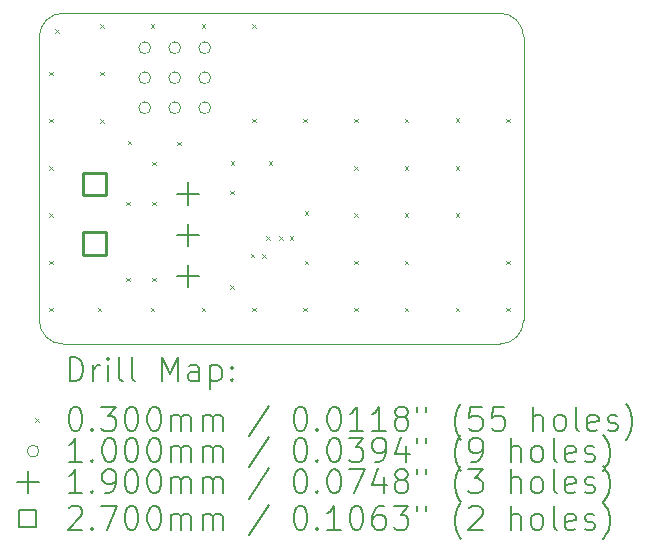
<source format=gbr>
%TF.GenerationSoftware,KiCad,Pcbnew,9.0.2-9.0.2-0~ubuntu24.04.1*%
%TF.CreationDate,2025-06-12T12:11:49+02:00*%
%TF.ProjectId,PCB_Affichage,5043425f-4166-4666-9963-686167652e6b,rev?*%
%TF.SameCoordinates,Original*%
%TF.FileFunction,Drillmap*%
%TF.FilePolarity,Positive*%
%FSLAX45Y45*%
G04 Gerber Fmt 4.5, Leading zero omitted, Abs format (unit mm)*
G04 Created by KiCad (PCBNEW 9.0.2-9.0.2-0~ubuntu24.04.1) date 2025-06-12 12:11:49*
%MOMM*%
%LPD*%
G01*
G04 APERTURE LIST*
%ADD10C,0.050000*%
%ADD11C,0.200000*%
%ADD12C,0.100000*%
%ADD13C,0.190000*%
%ADD14C,0.270000*%
G04 APERTURE END LIST*
D10*
X12600000Y-4600000D02*
G75*
G02*
X12800000Y-4800000I0J-200000D01*
G01*
X8700000Y-7200000D02*
X8700000Y-4800000D01*
X8900000Y-4600000D02*
X12600000Y-4600000D01*
X8900000Y-7400000D02*
G75*
G02*
X8700000Y-7200000I0J200000D01*
G01*
X12800000Y-7200000D02*
G75*
G02*
X12600000Y-7400000I-200000J0D01*
G01*
X8700000Y-4800000D02*
G75*
G02*
X8900000Y-4600000I200000J0D01*
G01*
X12800000Y-4800000D02*
X12800000Y-7200000D01*
X12600000Y-7400000D02*
X8900000Y-7400000D01*
D11*
D12*
X8784000Y-5094000D02*
X8814000Y-5124000D01*
X8814000Y-5094000D02*
X8784000Y-5124000D01*
X8784000Y-5494000D02*
X8814000Y-5524000D01*
X8814000Y-5494000D02*
X8784000Y-5524000D01*
X8784000Y-5894000D02*
X8814000Y-5924000D01*
X8814000Y-5894000D02*
X8784000Y-5924000D01*
X8784000Y-6294000D02*
X8814000Y-6324000D01*
X8814000Y-6294000D02*
X8784000Y-6324000D01*
X8784000Y-6694000D02*
X8814000Y-6724000D01*
X8814000Y-6694000D02*
X8784000Y-6724000D01*
X8784000Y-7094000D02*
X8814000Y-7124000D01*
X8814000Y-7094000D02*
X8784000Y-7124000D01*
X8833000Y-4735000D02*
X8863000Y-4765000D01*
X8863000Y-4735000D02*
X8833000Y-4765000D01*
X9193000Y-7095000D02*
X9223000Y-7125000D01*
X9223000Y-7095000D02*
X9193000Y-7125000D01*
X9214000Y-4694000D02*
X9244000Y-4724000D01*
X9244000Y-4694000D02*
X9214000Y-4724000D01*
X9214000Y-5094000D02*
X9244000Y-5124000D01*
X9244000Y-5094000D02*
X9214000Y-5124000D01*
X9215000Y-5497000D02*
X9245000Y-5527000D01*
X9245000Y-5497000D02*
X9215000Y-5527000D01*
X9437000Y-6196000D02*
X9467000Y-6226000D01*
X9467000Y-6196000D02*
X9437000Y-6226000D01*
X9437000Y-6838000D02*
X9467000Y-6868000D01*
X9467000Y-6838000D02*
X9437000Y-6868000D01*
X9448000Y-5679000D02*
X9478000Y-5709000D01*
X9478000Y-5679000D02*
X9448000Y-5709000D01*
X9644000Y-4694000D02*
X9674000Y-4724000D01*
X9674000Y-4694000D02*
X9644000Y-4724000D01*
X9644000Y-7094000D02*
X9674000Y-7124000D01*
X9674000Y-7094000D02*
X9644000Y-7124000D01*
X9654000Y-6197000D02*
X9684000Y-6227000D01*
X9684000Y-6197000D02*
X9654000Y-6227000D01*
X9654000Y-6839000D02*
X9684000Y-6869000D01*
X9684000Y-6839000D02*
X9654000Y-6869000D01*
X9655000Y-5857000D02*
X9685000Y-5887000D01*
X9685000Y-5857000D02*
X9655000Y-5887000D01*
X9867000Y-5689000D02*
X9897000Y-5719000D01*
X9897000Y-5689000D02*
X9867000Y-5719000D01*
X10074000Y-4694000D02*
X10104000Y-4724000D01*
X10104000Y-4694000D02*
X10074000Y-4724000D01*
X10074000Y-7094000D02*
X10104000Y-7124000D01*
X10104000Y-7094000D02*
X10074000Y-7124000D01*
X10316000Y-6902000D02*
X10346000Y-6932000D01*
X10346000Y-6902000D02*
X10316000Y-6932000D01*
X10317000Y-6103000D02*
X10347000Y-6133000D01*
X10347000Y-6103000D02*
X10317000Y-6133000D01*
X10319000Y-5854000D02*
X10349000Y-5884000D01*
X10349000Y-5854000D02*
X10319000Y-5884000D01*
X10490000Y-6634000D02*
X10520000Y-6664000D01*
X10520000Y-6634000D02*
X10490000Y-6664000D01*
X10504000Y-4694000D02*
X10534000Y-4724000D01*
X10534000Y-4694000D02*
X10504000Y-4724000D01*
X10504000Y-5494000D02*
X10534000Y-5524000D01*
X10534000Y-5494000D02*
X10504000Y-5524000D01*
X10504000Y-7094000D02*
X10534000Y-7124000D01*
X10534000Y-7094000D02*
X10504000Y-7124000D01*
X10589000Y-6638000D02*
X10619000Y-6668000D01*
X10619000Y-6638000D02*
X10589000Y-6668000D01*
X10623000Y-6489000D02*
X10653000Y-6519000D01*
X10653000Y-6489000D02*
X10623000Y-6519000D01*
X10643000Y-5854000D02*
X10673000Y-5884000D01*
X10673000Y-5854000D02*
X10643000Y-5884000D01*
X10732000Y-6489000D02*
X10762000Y-6519000D01*
X10762000Y-6489000D02*
X10732000Y-6519000D01*
X10819000Y-6489000D02*
X10849000Y-6519000D01*
X10849000Y-6489000D02*
X10819000Y-6519000D01*
X10934000Y-5494000D02*
X10964000Y-5524000D01*
X10964000Y-5494000D02*
X10934000Y-5524000D01*
X10934000Y-7094000D02*
X10964000Y-7124000D01*
X10964000Y-7094000D02*
X10934000Y-7124000D01*
X10947000Y-6695000D02*
X10977000Y-6725000D01*
X10977000Y-6695000D02*
X10947000Y-6725000D01*
X10948000Y-6276000D02*
X10978000Y-6306000D01*
X10978000Y-6276000D02*
X10948000Y-6306000D01*
X11364000Y-5494000D02*
X11394000Y-5524000D01*
X11394000Y-5494000D02*
X11364000Y-5524000D01*
X11364000Y-5894000D02*
X11394000Y-5924000D01*
X11394000Y-5894000D02*
X11364000Y-5924000D01*
X11364000Y-6294000D02*
X11394000Y-6324000D01*
X11394000Y-6294000D02*
X11364000Y-6324000D01*
X11364000Y-6694000D02*
X11394000Y-6724000D01*
X11394000Y-6694000D02*
X11364000Y-6724000D01*
X11364000Y-7094000D02*
X11394000Y-7124000D01*
X11394000Y-7094000D02*
X11364000Y-7124000D01*
X11794000Y-5494000D02*
X11824000Y-5524000D01*
X11824000Y-5494000D02*
X11794000Y-5524000D01*
X11794000Y-5894000D02*
X11824000Y-5924000D01*
X11824000Y-5894000D02*
X11794000Y-5924000D01*
X11794000Y-6294000D02*
X11824000Y-6324000D01*
X11824000Y-6294000D02*
X11794000Y-6324000D01*
X11794000Y-6694000D02*
X11824000Y-6724000D01*
X11824000Y-6694000D02*
X11794000Y-6724000D01*
X11794000Y-7094000D02*
X11824000Y-7124000D01*
X11824000Y-7094000D02*
X11794000Y-7124000D01*
X12224000Y-5894000D02*
X12254000Y-5924000D01*
X12254000Y-5894000D02*
X12224000Y-5924000D01*
X12224000Y-6294000D02*
X12254000Y-6324000D01*
X12254000Y-6294000D02*
X12224000Y-6324000D01*
X12224000Y-7094000D02*
X12254000Y-7124000D01*
X12254000Y-7094000D02*
X12224000Y-7124000D01*
X12225000Y-5490000D02*
X12255000Y-5520000D01*
X12255000Y-5490000D02*
X12225000Y-5520000D01*
X12654000Y-5494000D02*
X12684000Y-5524000D01*
X12684000Y-5494000D02*
X12654000Y-5524000D01*
X12654000Y-6694000D02*
X12684000Y-6724000D01*
X12684000Y-6694000D02*
X12654000Y-6724000D01*
X12654000Y-7094000D02*
X12684000Y-7124000D01*
X12684000Y-7094000D02*
X12654000Y-7124000D01*
X9642000Y-4892000D02*
G75*
G02*
X9542000Y-4892000I-50000J0D01*
G01*
X9542000Y-4892000D02*
G75*
G02*
X9642000Y-4892000I50000J0D01*
G01*
X9642000Y-5146000D02*
G75*
G02*
X9542000Y-5146000I-50000J0D01*
G01*
X9542000Y-5146000D02*
G75*
G02*
X9642000Y-5146000I50000J0D01*
G01*
X9642000Y-5400000D02*
G75*
G02*
X9542000Y-5400000I-50000J0D01*
G01*
X9542000Y-5400000D02*
G75*
G02*
X9642000Y-5400000I50000J0D01*
G01*
X9896000Y-4892000D02*
G75*
G02*
X9796000Y-4892000I-50000J0D01*
G01*
X9796000Y-4892000D02*
G75*
G02*
X9896000Y-4892000I50000J0D01*
G01*
X9896000Y-5146000D02*
G75*
G02*
X9796000Y-5146000I-50000J0D01*
G01*
X9796000Y-5146000D02*
G75*
G02*
X9896000Y-5146000I50000J0D01*
G01*
X9896000Y-5400000D02*
G75*
G02*
X9796000Y-5400000I-50000J0D01*
G01*
X9796000Y-5400000D02*
G75*
G02*
X9896000Y-5400000I50000J0D01*
G01*
X10150000Y-4892000D02*
G75*
G02*
X10050000Y-4892000I-50000J0D01*
G01*
X10050000Y-4892000D02*
G75*
G02*
X10150000Y-4892000I50000J0D01*
G01*
X10150000Y-5146000D02*
G75*
G02*
X10050000Y-5146000I-50000J0D01*
G01*
X10050000Y-5146000D02*
G75*
G02*
X10150000Y-5146000I50000J0D01*
G01*
X10150000Y-5400000D02*
G75*
G02*
X10050000Y-5400000I-50000J0D01*
G01*
X10050000Y-5400000D02*
G75*
G02*
X10150000Y-5400000I50000J0D01*
G01*
D13*
X9961000Y-6031000D02*
X9961000Y-6221000D01*
X9866000Y-6126000D02*
X10056000Y-6126000D01*
X9961000Y-6381000D02*
X9961000Y-6571000D01*
X9866000Y-6476000D02*
X10056000Y-6476000D01*
X9961000Y-6731000D02*
X9961000Y-6921000D01*
X9866000Y-6826000D02*
X10056000Y-6826000D01*
D14*
X9263460Y-6142460D02*
X9263460Y-5951540D01*
X9072540Y-5951540D01*
X9072540Y-6142460D01*
X9263460Y-6142460D01*
X9263460Y-6642460D02*
X9263460Y-6451540D01*
X9072540Y-6451540D01*
X9072540Y-6642460D01*
X9263460Y-6642460D01*
D11*
X8958277Y-7713984D02*
X8958277Y-7513984D01*
X8958277Y-7513984D02*
X9005896Y-7513984D01*
X9005896Y-7513984D02*
X9034467Y-7523508D01*
X9034467Y-7523508D02*
X9053515Y-7542555D01*
X9053515Y-7542555D02*
X9063039Y-7561603D01*
X9063039Y-7561603D02*
X9072563Y-7599698D01*
X9072563Y-7599698D02*
X9072563Y-7628269D01*
X9072563Y-7628269D02*
X9063039Y-7666365D01*
X9063039Y-7666365D02*
X9053515Y-7685412D01*
X9053515Y-7685412D02*
X9034467Y-7704460D01*
X9034467Y-7704460D02*
X9005896Y-7713984D01*
X9005896Y-7713984D02*
X8958277Y-7713984D01*
X9158277Y-7713984D02*
X9158277Y-7580650D01*
X9158277Y-7618746D02*
X9167801Y-7599698D01*
X9167801Y-7599698D02*
X9177324Y-7590174D01*
X9177324Y-7590174D02*
X9196372Y-7580650D01*
X9196372Y-7580650D02*
X9215420Y-7580650D01*
X9282086Y-7713984D02*
X9282086Y-7580650D01*
X9282086Y-7513984D02*
X9272563Y-7523508D01*
X9272563Y-7523508D02*
X9282086Y-7533031D01*
X9282086Y-7533031D02*
X9291610Y-7523508D01*
X9291610Y-7523508D02*
X9282086Y-7513984D01*
X9282086Y-7513984D02*
X9282086Y-7533031D01*
X9405896Y-7713984D02*
X9386848Y-7704460D01*
X9386848Y-7704460D02*
X9377324Y-7685412D01*
X9377324Y-7685412D02*
X9377324Y-7513984D01*
X9510658Y-7713984D02*
X9491610Y-7704460D01*
X9491610Y-7704460D02*
X9482086Y-7685412D01*
X9482086Y-7685412D02*
X9482086Y-7513984D01*
X9739229Y-7713984D02*
X9739229Y-7513984D01*
X9739229Y-7513984D02*
X9805896Y-7656841D01*
X9805896Y-7656841D02*
X9872563Y-7513984D01*
X9872563Y-7513984D02*
X9872563Y-7713984D01*
X10053515Y-7713984D02*
X10053515Y-7609222D01*
X10053515Y-7609222D02*
X10043991Y-7590174D01*
X10043991Y-7590174D02*
X10024944Y-7580650D01*
X10024944Y-7580650D02*
X9986848Y-7580650D01*
X9986848Y-7580650D02*
X9967801Y-7590174D01*
X10053515Y-7704460D02*
X10034467Y-7713984D01*
X10034467Y-7713984D02*
X9986848Y-7713984D01*
X9986848Y-7713984D02*
X9967801Y-7704460D01*
X9967801Y-7704460D02*
X9958277Y-7685412D01*
X9958277Y-7685412D02*
X9958277Y-7666365D01*
X9958277Y-7666365D02*
X9967801Y-7647317D01*
X9967801Y-7647317D02*
X9986848Y-7637793D01*
X9986848Y-7637793D02*
X10034467Y-7637793D01*
X10034467Y-7637793D02*
X10053515Y-7628269D01*
X10148753Y-7580650D02*
X10148753Y-7780650D01*
X10148753Y-7590174D02*
X10167801Y-7580650D01*
X10167801Y-7580650D02*
X10205896Y-7580650D01*
X10205896Y-7580650D02*
X10224944Y-7590174D01*
X10224944Y-7590174D02*
X10234467Y-7599698D01*
X10234467Y-7599698D02*
X10243991Y-7618746D01*
X10243991Y-7618746D02*
X10243991Y-7675888D01*
X10243991Y-7675888D02*
X10234467Y-7694936D01*
X10234467Y-7694936D02*
X10224944Y-7704460D01*
X10224944Y-7704460D02*
X10205896Y-7713984D01*
X10205896Y-7713984D02*
X10167801Y-7713984D01*
X10167801Y-7713984D02*
X10148753Y-7704460D01*
X10329705Y-7694936D02*
X10339229Y-7704460D01*
X10339229Y-7704460D02*
X10329705Y-7713984D01*
X10329705Y-7713984D02*
X10320182Y-7704460D01*
X10320182Y-7704460D02*
X10329705Y-7694936D01*
X10329705Y-7694936D02*
X10329705Y-7713984D01*
X10329705Y-7590174D02*
X10339229Y-7599698D01*
X10339229Y-7599698D02*
X10329705Y-7609222D01*
X10329705Y-7609222D02*
X10320182Y-7599698D01*
X10320182Y-7599698D02*
X10329705Y-7590174D01*
X10329705Y-7590174D02*
X10329705Y-7609222D01*
D12*
X8667500Y-8027500D02*
X8697500Y-8057500D01*
X8697500Y-8027500D02*
X8667500Y-8057500D01*
D11*
X8996372Y-7933984D02*
X9015420Y-7933984D01*
X9015420Y-7933984D02*
X9034467Y-7943508D01*
X9034467Y-7943508D02*
X9043991Y-7953031D01*
X9043991Y-7953031D02*
X9053515Y-7972079D01*
X9053515Y-7972079D02*
X9063039Y-8010174D01*
X9063039Y-8010174D02*
X9063039Y-8057793D01*
X9063039Y-8057793D02*
X9053515Y-8095888D01*
X9053515Y-8095888D02*
X9043991Y-8114936D01*
X9043991Y-8114936D02*
X9034467Y-8124460D01*
X9034467Y-8124460D02*
X9015420Y-8133984D01*
X9015420Y-8133984D02*
X8996372Y-8133984D01*
X8996372Y-8133984D02*
X8977324Y-8124460D01*
X8977324Y-8124460D02*
X8967801Y-8114936D01*
X8967801Y-8114936D02*
X8958277Y-8095888D01*
X8958277Y-8095888D02*
X8948753Y-8057793D01*
X8948753Y-8057793D02*
X8948753Y-8010174D01*
X8948753Y-8010174D02*
X8958277Y-7972079D01*
X8958277Y-7972079D02*
X8967801Y-7953031D01*
X8967801Y-7953031D02*
X8977324Y-7943508D01*
X8977324Y-7943508D02*
X8996372Y-7933984D01*
X9148753Y-8114936D02*
X9158277Y-8124460D01*
X9158277Y-8124460D02*
X9148753Y-8133984D01*
X9148753Y-8133984D02*
X9139229Y-8124460D01*
X9139229Y-8124460D02*
X9148753Y-8114936D01*
X9148753Y-8114936D02*
X9148753Y-8133984D01*
X9224944Y-7933984D02*
X9348753Y-7933984D01*
X9348753Y-7933984D02*
X9282086Y-8010174D01*
X9282086Y-8010174D02*
X9310658Y-8010174D01*
X9310658Y-8010174D02*
X9329705Y-8019698D01*
X9329705Y-8019698D02*
X9339229Y-8029222D01*
X9339229Y-8029222D02*
X9348753Y-8048269D01*
X9348753Y-8048269D02*
X9348753Y-8095888D01*
X9348753Y-8095888D02*
X9339229Y-8114936D01*
X9339229Y-8114936D02*
X9329705Y-8124460D01*
X9329705Y-8124460D02*
X9310658Y-8133984D01*
X9310658Y-8133984D02*
X9253515Y-8133984D01*
X9253515Y-8133984D02*
X9234467Y-8124460D01*
X9234467Y-8124460D02*
X9224944Y-8114936D01*
X9472563Y-7933984D02*
X9491610Y-7933984D01*
X9491610Y-7933984D02*
X9510658Y-7943508D01*
X9510658Y-7943508D02*
X9520182Y-7953031D01*
X9520182Y-7953031D02*
X9529705Y-7972079D01*
X9529705Y-7972079D02*
X9539229Y-8010174D01*
X9539229Y-8010174D02*
X9539229Y-8057793D01*
X9539229Y-8057793D02*
X9529705Y-8095888D01*
X9529705Y-8095888D02*
X9520182Y-8114936D01*
X9520182Y-8114936D02*
X9510658Y-8124460D01*
X9510658Y-8124460D02*
X9491610Y-8133984D01*
X9491610Y-8133984D02*
X9472563Y-8133984D01*
X9472563Y-8133984D02*
X9453515Y-8124460D01*
X9453515Y-8124460D02*
X9443991Y-8114936D01*
X9443991Y-8114936D02*
X9434467Y-8095888D01*
X9434467Y-8095888D02*
X9424944Y-8057793D01*
X9424944Y-8057793D02*
X9424944Y-8010174D01*
X9424944Y-8010174D02*
X9434467Y-7972079D01*
X9434467Y-7972079D02*
X9443991Y-7953031D01*
X9443991Y-7953031D02*
X9453515Y-7943508D01*
X9453515Y-7943508D02*
X9472563Y-7933984D01*
X9663039Y-7933984D02*
X9682086Y-7933984D01*
X9682086Y-7933984D02*
X9701134Y-7943508D01*
X9701134Y-7943508D02*
X9710658Y-7953031D01*
X9710658Y-7953031D02*
X9720182Y-7972079D01*
X9720182Y-7972079D02*
X9729705Y-8010174D01*
X9729705Y-8010174D02*
X9729705Y-8057793D01*
X9729705Y-8057793D02*
X9720182Y-8095888D01*
X9720182Y-8095888D02*
X9710658Y-8114936D01*
X9710658Y-8114936D02*
X9701134Y-8124460D01*
X9701134Y-8124460D02*
X9682086Y-8133984D01*
X9682086Y-8133984D02*
X9663039Y-8133984D01*
X9663039Y-8133984D02*
X9643991Y-8124460D01*
X9643991Y-8124460D02*
X9634467Y-8114936D01*
X9634467Y-8114936D02*
X9624944Y-8095888D01*
X9624944Y-8095888D02*
X9615420Y-8057793D01*
X9615420Y-8057793D02*
X9615420Y-8010174D01*
X9615420Y-8010174D02*
X9624944Y-7972079D01*
X9624944Y-7972079D02*
X9634467Y-7953031D01*
X9634467Y-7953031D02*
X9643991Y-7943508D01*
X9643991Y-7943508D02*
X9663039Y-7933984D01*
X9815420Y-8133984D02*
X9815420Y-8000650D01*
X9815420Y-8019698D02*
X9824944Y-8010174D01*
X9824944Y-8010174D02*
X9843991Y-8000650D01*
X9843991Y-8000650D02*
X9872563Y-8000650D01*
X9872563Y-8000650D02*
X9891610Y-8010174D01*
X9891610Y-8010174D02*
X9901134Y-8029222D01*
X9901134Y-8029222D02*
X9901134Y-8133984D01*
X9901134Y-8029222D02*
X9910658Y-8010174D01*
X9910658Y-8010174D02*
X9929705Y-8000650D01*
X9929705Y-8000650D02*
X9958277Y-8000650D01*
X9958277Y-8000650D02*
X9977325Y-8010174D01*
X9977325Y-8010174D02*
X9986848Y-8029222D01*
X9986848Y-8029222D02*
X9986848Y-8133984D01*
X10082086Y-8133984D02*
X10082086Y-8000650D01*
X10082086Y-8019698D02*
X10091610Y-8010174D01*
X10091610Y-8010174D02*
X10110658Y-8000650D01*
X10110658Y-8000650D02*
X10139229Y-8000650D01*
X10139229Y-8000650D02*
X10158277Y-8010174D01*
X10158277Y-8010174D02*
X10167801Y-8029222D01*
X10167801Y-8029222D02*
X10167801Y-8133984D01*
X10167801Y-8029222D02*
X10177325Y-8010174D01*
X10177325Y-8010174D02*
X10196372Y-8000650D01*
X10196372Y-8000650D02*
X10224944Y-8000650D01*
X10224944Y-8000650D02*
X10243991Y-8010174D01*
X10243991Y-8010174D02*
X10253515Y-8029222D01*
X10253515Y-8029222D02*
X10253515Y-8133984D01*
X10643991Y-7924460D02*
X10472563Y-8181603D01*
X10901134Y-7933984D02*
X10920182Y-7933984D01*
X10920182Y-7933984D02*
X10939229Y-7943508D01*
X10939229Y-7943508D02*
X10948753Y-7953031D01*
X10948753Y-7953031D02*
X10958277Y-7972079D01*
X10958277Y-7972079D02*
X10967801Y-8010174D01*
X10967801Y-8010174D02*
X10967801Y-8057793D01*
X10967801Y-8057793D02*
X10958277Y-8095888D01*
X10958277Y-8095888D02*
X10948753Y-8114936D01*
X10948753Y-8114936D02*
X10939229Y-8124460D01*
X10939229Y-8124460D02*
X10920182Y-8133984D01*
X10920182Y-8133984D02*
X10901134Y-8133984D01*
X10901134Y-8133984D02*
X10882087Y-8124460D01*
X10882087Y-8124460D02*
X10872563Y-8114936D01*
X10872563Y-8114936D02*
X10863039Y-8095888D01*
X10863039Y-8095888D02*
X10853515Y-8057793D01*
X10853515Y-8057793D02*
X10853515Y-8010174D01*
X10853515Y-8010174D02*
X10863039Y-7972079D01*
X10863039Y-7972079D02*
X10872563Y-7953031D01*
X10872563Y-7953031D02*
X10882087Y-7943508D01*
X10882087Y-7943508D02*
X10901134Y-7933984D01*
X11053515Y-8114936D02*
X11063039Y-8124460D01*
X11063039Y-8124460D02*
X11053515Y-8133984D01*
X11053515Y-8133984D02*
X11043991Y-8124460D01*
X11043991Y-8124460D02*
X11053515Y-8114936D01*
X11053515Y-8114936D02*
X11053515Y-8133984D01*
X11186848Y-7933984D02*
X11205896Y-7933984D01*
X11205896Y-7933984D02*
X11224944Y-7943508D01*
X11224944Y-7943508D02*
X11234467Y-7953031D01*
X11234467Y-7953031D02*
X11243991Y-7972079D01*
X11243991Y-7972079D02*
X11253515Y-8010174D01*
X11253515Y-8010174D02*
X11253515Y-8057793D01*
X11253515Y-8057793D02*
X11243991Y-8095888D01*
X11243991Y-8095888D02*
X11234467Y-8114936D01*
X11234467Y-8114936D02*
X11224944Y-8124460D01*
X11224944Y-8124460D02*
X11205896Y-8133984D01*
X11205896Y-8133984D02*
X11186848Y-8133984D01*
X11186848Y-8133984D02*
X11167801Y-8124460D01*
X11167801Y-8124460D02*
X11158277Y-8114936D01*
X11158277Y-8114936D02*
X11148753Y-8095888D01*
X11148753Y-8095888D02*
X11139229Y-8057793D01*
X11139229Y-8057793D02*
X11139229Y-8010174D01*
X11139229Y-8010174D02*
X11148753Y-7972079D01*
X11148753Y-7972079D02*
X11158277Y-7953031D01*
X11158277Y-7953031D02*
X11167801Y-7943508D01*
X11167801Y-7943508D02*
X11186848Y-7933984D01*
X11443991Y-8133984D02*
X11329706Y-8133984D01*
X11386848Y-8133984D02*
X11386848Y-7933984D01*
X11386848Y-7933984D02*
X11367801Y-7962555D01*
X11367801Y-7962555D02*
X11348753Y-7981603D01*
X11348753Y-7981603D02*
X11329706Y-7991127D01*
X11634467Y-8133984D02*
X11520182Y-8133984D01*
X11577325Y-8133984D02*
X11577325Y-7933984D01*
X11577325Y-7933984D02*
X11558277Y-7962555D01*
X11558277Y-7962555D02*
X11539229Y-7981603D01*
X11539229Y-7981603D02*
X11520182Y-7991127D01*
X11748753Y-8019698D02*
X11729706Y-8010174D01*
X11729706Y-8010174D02*
X11720182Y-8000650D01*
X11720182Y-8000650D02*
X11710658Y-7981603D01*
X11710658Y-7981603D02*
X11710658Y-7972079D01*
X11710658Y-7972079D02*
X11720182Y-7953031D01*
X11720182Y-7953031D02*
X11729706Y-7943508D01*
X11729706Y-7943508D02*
X11748753Y-7933984D01*
X11748753Y-7933984D02*
X11786848Y-7933984D01*
X11786848Y-7933984D02*
X11805896Y-7943508D01*
X11805896Y-7943508D02*
X11815420Y-7953031D01*
X11815420Y-7953031D02*
X11824944Y-7972079D01*
X11824944Y-7972079D02*
X11824944Y-7981603D01*
X11824944Y-7981603D02*
X11815420Y-8000650D01*
X11815420Y-8000650D02*
X11805896Y-8010174D01*
X11805896Y-8010174D02*
X11786848Y-8019698D01*
X11786848Y-8019698D02*
X11748753Y-8019698D01*
X11748753Y-8019698D02*
X11729706Y-8029222D01*
X11729706Y-8029222D02*
X11720182Y-8038746D01*
X11720182Y-8038746D02*
X11710658Y-8057793D01*
X11710658Y-8057793D02*
X11710658Y-8095888D01*
X11710658Y-8095888D02*
X11720182Y-8114936D01*
X11720182Y-8114936D02*
X11729706Y-8124460D01*
X11729706Y-8124460D02*
X11748753Y-8133984D01*
X11748753Y-8133984D02*
X11786848Y-8133984D01*
X11786848Y-8133984D02*
X11805896Y-8124460D01*
X11805896Y-8124460D02*
X11815420Y-8114936D01*
X11815420Y-8114936D02*
X11824944Y-8095888D01*
X11824944Y-8095888D02*
X11824944Y-8057793D01*
X11824944Y-8057793D02*
X11815420Y-8038746D01*
X11815420Y-8038746D02*
X11805896Y-8029222D01*
X11805896Y-8029222D02*
X11786848Y-8019698D01*
X11901134Y-7933984D02*
X11901134Y-7972079D01*
X11977325Y-7933984D02*
X11977325Y-7972079D01*
X12272563Y-8210174D02*
X12263039Y-8200650D01*
X12263039Y-8200650D02*
X12243991Y-8172079D01*
X12243991Y-8172079D02*
X12234468Y-8153031D01*
X12234468Y-8153031D02*
X12224944Y-8124460D01*
X12224944Y-8124460D02*
X12215420Y-8076841D01*
X12215420Y-8076841D02*
X12215420Y-8038746D01*
X12215420Y-8038746D02*
X12224944Y-7991127D01*
X12224944Y-7991127D02*
X12234468Y-7962555D01*
X12234468Y-7962555D02*
X12243991Y-7943508D01*
X12243991Y-7943508D02*
X12263039Y-7914936D01*
X12263039Y-7914936D02*
X12272563Y-7905412D01*
X12443991Y-7933984D02*
X12348753Y-7933984D01*
X12348753Y-7933984D02*
X12339229Y-8029222D01*
X12339229Y-8029222D02*
X12348753Y-8019698D01*
X12348753Y-8019698D02*
X12367801Y-8010174D01*
X12367801Y-8010174D02*
X12415420Y-8010174D01*
X12415420Y-8010174D02*
X12434468Y-8019698D01*
X12434468Y-8019698D02*
X12443991Y-8029222D01*
X12443991Y-8029222D02*
X12453515Y-8048269D01*
X12453515Y-8048269D02*
X12453515Y-8095888D01*
X12453515Y-8095888D02*
X12443991Y-8114936D01*
X12443991Y-8114936D02*
X12434468Y-8124460D01*
X12434468Y-8124460D02*
X12415420Y-8133984D01*
X12415420Y-8133984D02*
X12367801Y-8133984D01*
X12367801Y-8133984D02*
X12348753Y-8124460D01*
X12348753Y-8124460D02*
X12339229Y-8114936D01*
X12634468Y-7933984D02*
X12539229Y-7933984D01*
X12539229Y-7933984D02*
X12529706Y-8029222D01*
X12529706Y-8029222D02*
X12539229Y-8019698D01*
X12539229Y-8019698D02*
X12558277Y-8010174D01*
X12558277Y-8010174D02*
X12605896Y-8010174D01*
X12605896Y-8010174D02*
X12624944Y-8019698D01*
X12624944Y-8019698D02*
X12634468Y-8029222D01*
X12634468Y-8029222D02*
X12643991Y-8048269D01*
X12643991Y-8048269D02*
X12643991Y-8095888D01*
X12643991Y-8095888D02*
X12634468Y-8114936D01*
X12634468Y-8114936D02*
X12624944Y-8124460D01*
X12624944Y-8124460D02*
X12605896Y-8133984D01*
X12605896Y-8133984D02*
X12558277Y-8133984D01*
X12558277Y-8133984D02*
X12539229Y-8124460D01*
X12539229Y-8124460D02*
X12529706Y-8114936D01*
X12882087Y-8133984D02*
X12882087Y-7933984D01*
X12967801Y-8133984D02*
X12967801Y-8029222D01*
X12967801Y-8029222D02*
X12958277Y-8010174D01*
X12958277Y-8010174D02*
X12939230Y-8000650D01*
X12939230Y-8000650D02*
X12910658Y-8000650D01*
X12910658Y-8000650D02*
X12891610Y-8010174D01*
X12891610Y-8010174D02*
X12882087Y-8019698D01*
X13091610Y-8133984D02*
X13072563Y-8124460D01*
X13072563Y-8124460D02*
X13063039Y-8114936D01*
X13063039Y-8114936D02*
X13053515Y-8095888D01*
X13053515Y-8095888D02*
X13053515Y-8038746D01*
X13053515Y-8038746D02*
X13063039Y-8019698D01*
X13063039Y-8019698D02*
X13072563Y-8010174D01*
X13072563Y-8010174D02*
X13091610Y-8000650D01*
X13091610Y-8000650D02*
X13120182Y-8000650D01*
X13120182Y-8000650D02*
X13139230Y-8010174D01*
X13139230Y-8010174D02*
X13148753Y-8019698D01*
X13148753Y-8019698D02*
X13158277Y-8038746D01*
X13158277Y-8038746D02*
X13158277Y-8095888D01*
X13158277Y-8095888D02*
X13148753Y-8114936D01*
X13148753Y-8114936D02*
X13139230Y-8124460D01*
X13139230Y-8124460D02*
X13120182Y-8133984D01*
X13120182Y-8133984D02*
X13091610Y-8133984D01*
X13272563Y-8133984D02*
X13253515Y-8124460D01*
X13253515Y-8124460D02*
X13243991Y-8105412D01*
X13243991Y-8105412D02*
X13243991Y-7933984D01*
X13424944Y-8124460D02*
X13405896Y-8133984D01*
X13405896Y-8133984D02*
X13367801Y-8133984D01*
X13367801Y-8133984D02*
X13348753Y-8124460D01*
X13348753Y-8124460D02*
X13339230Y-8105412D01*
X13339230Y-8105412D02*
X13339230Y-8029222D01*
X13339230Y-8029222D02*
X13348753Y-8010174D01*
X13348753Y-8010174D02*
X13367801Y-8000650D01*
X13367801Y-8000650D02*
X13405896Y-8000650D01*
X13405896Y-8000650D02*
X13424944Y-8010174D01*
X13424944Y-8010174D02*
X13434468Y-8029222D01*
X13434468Y-8029222D02*
X13434468Y-8048269D01*
X13434468Y-8048269D02*
X13339230Y-8067317D01*
X13510658Y-8124460D02*
X13529706Y-8133984D01*
X13529706Y-8133984D02*
X13567801Y-8133984D01*
X13567801Y-8133984D02*
X13586849Y-8124460D01*
X13586849Y-8124460D02*
X13596372Y-8105412D01*
X13596372Y-8105412D02*
X13596372Y-8095888D01*
X13596372Y-8095888D02*
X13586849Y-8076841D01*
X13586849Y-8076841D02*
X13567801Y-8067317D01*
X13567801Y-8067317D02*
X13539230Y-8067317D01*
X13539230Y-8067317D02*
X13520182Y-8057793D01*
X13520182Y-8057793D02*
X13510658Y-8038746D01*
X13510658Y-8038746D02*
X13510658Y-8029222D01*
X13510658Y-8029222D02*
X13520182Y-8010174D01*
X13520182Y-8010174D02*
X13539230Y-8000650D01*
X13539230Y-8000650D02*
X13567801Y-8000650D01*
X13567801Y-8000650D02*
X13586849Y-8010174D01*
X13663039Y-8210174D02*
X13672563Y-8200650D01*
X13672563Y-8200650D02*
X13691611Y-8172079D01*
X13691611Y-8172079D02*
X13701134Y-8153031D01*
X13701134Y-8153031D02*
X13710658Y-8124460D01*
X13710658Y-8124460D02*
X13720182Y-8076841D01*
X13720182Y-8076841D02*
X13720182Y-8038746D01*
X13720182Y-8038746D02*
X13710658Y-7991127D01*
X13710658Y-7991127D02*
X13701134Y-7962555D01*
X13701134Y-7962555D02*
X13691611Y-7943508D01*
X13691611Y-7943508D02*
X13672563Y-7914936D01*
X13672563Y-7914936D02*
X13663039Y-7905412D01*
D12*
X8697500Y-8306500D02*
G75*
G02*
X8597500Y-8306500I-50000J0D01*
G01*
X8597500Y-8306500D02*
G75*
G02*
X8697500Y-8306500I50000J0D01*
G01*
D11*
X9063039Y-8397984D02*
X8948753Y-8397984D01*
X9005896Y-8397984D02*
X9005896Y-8197984D01*
X9005896Y-8197984D02*
X8986848Y-8226555D01*
X8986848Y-8226555D02*
X8967801Y-8245603D01*
X8967801Y-8245603D02*
X8948753Y-8255127D01*
X9148753Y-8378936D02*
X9158277Y-8388460D01*
X9158277Y-8388460D02*
X9148753Y-8397984D01*
X9148753Y-8397984D02*
X9139229Y-8388460D01*
X9139229Y-8388460D02*
X9148753Y-8378936D01*
X9148753Y-8378936D02*
X9148753Y-8397984D01*
X9282086Y-8197984D02*
X9301134Y-8197984D01*
X9301134Y-8197984D02*
X9320182Y-8207508D01*
X9320182Y-8207508D02*
X9329705Y-8217031D01*
X9329705Y-8217031D02*
X9339229Y-8236079D01*
X9339229Y-8236079D02*
X9348753Y-8274174D01*
X9348753Y-8274174D02*
X9348753Y-8321793D01*
X9348753Y-8321793D02*
X9339229Y-8359888D01*
X9339229Y-8359888D02*
X9329705Y-8378936D01*
X9329705Y-8378936D02*
X9320182Y-8388460D01*
X9320182Y-8388460D02*
X9301134Y-8397984D01*
X9301134Y-8397984D02*
X9282086Y-8397984D01*
X9282086Y-8397984D02*
X9263039Y-8388460D01*
X9263039Y-8388460D02*
X9253515Y-8378936D01*
X9253515Y-8378936D02*
X9243991Y-8359888D01*
X9243991Y-8359888D02*
X9234467Y-8321793D01*
X9234467Y-8321793D02*
X9234467Y-8274174D01*
X9234467Y-8274174D02*
X9243991Y-8236079D01*
X9243991Y-8236079D02*
X9253515Y-8217031D01*
X9253515Y-8217031D02*
X9263039Y-8207508D01*
X9263039Y-8207508D02*
X9282086Y-8197984D01*
X9472563Y-8197984D02*
X9491610Y-8197984D01*
X9491610Y-8197984D02*
X9510658Y-8207508D01*
X9510658Y-8207508D02*
X9520182Y-8217031D01*
X9520182Y-8217031D02*
X9529705Y-8236079D01*
X9529705Y-8236079D02*
X9539229Y-8274174D01*
X9539229Y-8274174D02*
X9539229Y-8321793D01*
X9539229Y-8321793D02*
X9529705Y-8359888D01*
X9529705Y-8359888D02*
X9520182Y-8378936D01*
X9520182Y-8378936D02*
X9510658Y-8388460D01*
X9510658Y-8388460D02*
X9491610Y-8397984D01*
X9491610Y-8397984D02*
X9472563Y-8397984D01*
X9472563Y-8397984D02*
X9453515Y-8388460D01*
X9453515Y-8388460D02*
X9443991Y-8378936D01*
X9443991Y-8378936D02*
X9434467Y-8359888D01*
X9434467Y-8359888D02*
X9424944Y-8321793D01*
X9424944Y-8321793D02*
X9424944Y-8274174D01*
X9424944Y-8274174D02*
X9434467Y-8236079D01*
X9434467Y-8236079D02*
X9443991Y-8217031D01*
X9443991Y-8217031D02*
X9453515Y-8207508D01*
X9453515Y-8207508D02*
X9472563Y-8197984D01*
X9663039Y-8197984D02*
X9682086Y-8197984D01*
X9682086Y-8197984D02*
X9701134Y-8207508D01*
X9701134Y-8207508D02*
X9710658Y-8217031D01*
X9710658Y-8217031D02*
X9720182Y-8236079D01*
X9720182Y-8236079D02*
X9729705Y-8274174D01*
X9729705Y-8274174D02*
X9729705Y-8321793D01*
X9729705Y-8321793D02*
X9720182Y-8359888D01*
X9720182Y-8359888D02*
X9710658Y-8378936D01*
X9710658Y-8378936D02*
X9701134Y-8388460D01*
X9701134Y-8388460D02*
X9682086Y-8397984D01*
X9682086Y-8397984D02*
X9663039Y-8397984D01*
X9663039Y-8397984D02*
X9643991Y-8388460D01*
X9643991Y-8388460D02*
X9634467Y-8378936D01*
X9634467Y-8378936D02*
X9624944Y-8359888D01*
X9624944Y-8359888D02*
X9615420Y-8321793D01*
X9615420Y-8321793D02*
X9615420Y-8274174D01*
X9615420Y-8274174D02*
X9624944Y-8236079D01*
X9624944Y-8236079D02*
X9634467Y-8217031D01*
X9634467Y-8217031D02*
X9643991Y-8207508D01*
X9643991Y-8207508D02*
X9663039Y-8197984D01*
X9815420Y-8397984D02*
X9815420Y-8264650D01*
X9815420Y-8283698D02*
X9824944Y-8274174D01*
X9824944Y-8274174D02*
X9843991Y-8264650D01*
X9843991Y-8264650D02*
X9872563Y-8264650D01*
X9872563Y-8264650D02*
X9891610Y-8274174D01*
X9891610Y-8274174D02*
X9901134Y-8293222D01*
X9901134Y-8293222D02*
X9901134Y-8397984D01*
X9901134Y-8293222D02*
X9910658Y-8274174D01*
X9910658Y-8274174D02*
X9929705Y-8264650D01*
X9929705Y-8264650D02*
X9958277Y-8264650D01*
X9958277Y-8264650D02*
X9977325Y-8274174D01*
X9977325Y-8274174D02*
X9986848Y-8293222D01*
X9986848Y-8293222D02*
X9986848Y-8397984D01*
X10082086Y-8397984D02*
X10082086Y-8264650D01*
X10082086Y-8283698D02*
X10091610Y-8274174D01*
X10091610Y-8274174D02*
X10110658Y-8264650D01*
X10110658Y-8264650D02*
X10139229Y-8264650D01*
X10139229Y-8264650D02*
X10158277Y-8274174D01*
X10158277Y-8274174D02*
X10167801Y-8293222D01*
X10167801Y-8293222D02*
X10167801Y-8397984D01*
X10167801Y-8293222D02*
X10177325Y-8274174D01*
X10177325Y-8274174D02*
X10196372Y-8264650D01*
X10196372Y-8264650D02*
X10224944Y-8264650D01*
X10224944Y-8264650D02*
X10243991Y-8274174D01*
X10243991Y-8274174D02*
X10253515Y-8293222D01*
X10253515Y-8293222D02*
X10253515Y-8397984D01*
X10643991Y-8188460D02*
X10472563Y-8445603D01*
X10901134Y-8197984D02*
X10920182Y-8197984D01*
X10920182Y-8197984D02*
X10939229Y-8207508D01*
X10939229Y-8207508D02*
X10948753Y-8217031D01*
X10948753Y-8217031D02*
X10958277Y-8236079D01*
X10958277Y-8236079D02*
X10967801Y-8274174D01*
X10967801Y-8274174D02*
X10967801Y-8321793D01*
X10967801Y-8321793D02*
X10958277Y-8359888D01*
X10958277Y-8359888D02*
X10948753Y-8378936D01*
X10948753Y-8378936D02*
X10939229Y-8388460D01*
X10939229Y-8388460D02*
X10920182Y-8397984D01*
X10920182Y-8397984D02*
X10901134Y-8397984D01*
X10901134Y-8397984D02*
X10882087Y-8388460D01*
X10882087Y-8388460D02*
X10872563Y-8378936D01*
X10872563Y-8378936D02*
X10863039Y-8359888D01*
X10863039Y-8359888D02*
X10853515Y-8321793D01*
X10853515Y-8321793D02*
X10853515Y-8274174D01*
X10853515Y-8274174D02*
X10863039Y-8236079D01*
X10863039Y-8236079D02*
X10872563Y-8217031D01*
X10872563Y-8217031D02*
X10882087Y-8207508D01*
X10882087Y-8207508D02*
X10901134Y-8197984D01*
X11053515Y-8378936D02*
X11063039Y-8388460D01*
X11063039Y-8388460D02*
X11053515Y-8397984D01*
X11053515Y-8397984D02*
X11043991Y-8388460D01*
X11043991Y-8388460D02*
X11053515Y-8378936D01*
X11053515Y-8378936D02*
X11053515Y-8397984D01*
X11186848Y-8197984D02*
X11205896Y-8197984D01*
X11205896Y-8197984D02*
X11224944Y-8207508D01*
X11224944Y-8207508D02*
X11234467Y-8217031D01*
X11234467Y-8217031D02*
X11243991Y-8236079D01*
X11243991Y-8236079D02*
X11253515Y-8274174D01*
X11253515Y-8274174D02*
X11253515Y-8321793D01*
X11253515Y-8321793D02*
X11243991Y-8359888D01*
X11243991Y-8359888D02*
X11234467Y-8378936D01*
X11234467Y-8378936D02*
X11224944Y-8388460D01*
X11224944Y-8388460D02*
X11205896Y-8397984D01*
X11205896Y-8397984D02*
X11186848Y-8397984D01*
X11186848Y-8397984D02*
X11167801Y-8388460D01*
X11167801Y-8388460D02*
X11158277Y-8378936D01*
X11158277Y-8378936D02*
X11148753Y-8359888D01*
X11148753Y-8359888D02*
X11139229Y-8321793D01*
X11139229Y-8321793D02*
X11139229Y-8274174D01*
X11139229Y-8274174D02*
X11148753Y-8236079D01*
X11148753Y-8236079D02*
X11158277Y-8217031D01*
X11158277Y-8217031D02*
X11167801Y-8207508D01*
X11167801Y-8207508D02*
X11186848Y-8197984D01*
X11320182Y-8197984D02*
X11443991Y-8197984D01*
X11443991Y-8197984D02*
X11377325Y-8274174D01*
X11377325Y-8274174D02*
X11405896Y-8274174D01*
X11405896Y-8274174D02*
X11424944Y-8283698D01*
X11424944Y-8283698D02*
X11434467Y-8293222D01*
X11434467Y-8293222D02*
X11443991Y-8312269D01*
X11443991Y-8312269D02*
X11443991Y-8359888D01*
X11443991Y-8359888D02*
X11434467Y-8378936D01*
X11434467Y-8378936D02*
X11424944Y-8388460D01*
X11424944Y-8388460D02*
X11405896Y-8397984D01*
X11405896Y-8397984D02*
X11348753Y-8397984D01*
X11348753Y-8397984D02*
X11329706Y-8388460D01*
X11329706Y-8388460D02*
X11320182Y-8378936D01*
X11539229Y-8397984D02*
X11577325Y-8397984D01*
X11577325Y-8397984D02*
X11596372Y-8388460D01*
X11596372Y-8388460D02*
X11605896Y-8378936D01*
X11605896Y-8378936D02*
X11624944Y-8350365D01*
X11624944Y-8350365D02*
X11634467Y-8312269D01*
X11634467Y-8312269D02*
X11634467Y-8236079D01*
X11634467Y-8236079D02*
X11624944Y-8217031D01*
X11624944Y-8217031D02*
X11615420Y-8207508D01*
X11615420Y-8207508D02*
X11596372Y-8197984D01*
X11596372Y-8197984D02*
X11558277Y-8197984D01*
X11558277Y-8197984D02*
X11539229Y-8207508D01*
X11539229Y-8207508D02*
X11529706Y-8217031D01*
X11529706Y-8217031D02*
X11520182Y-8236079D01*
X11520182Y-8236079D02*
X11520182Y-8283698D01*
X11520182Y-8283698D02*
X11529706Y-8302746D01*
X11529706Y-8302746D02*
X11539229Y-8312269D01*
X11539229Y-8312269D02*
X11558277Y-8321793D01*
X11558277Y-8321793D02*
X11596372Y-8321793D01*
X11596372Y-8321793D02*
X11615420Y-8312269D01*
X11615420Y-8312269D02*
X11624944Y-8302746D01*
X11624944Y-8302746D02*
X11634467Y-8283698D01*
X11805896Y-8264650D02*
X11805896Y-8397984D01*
X11758277Y-8188460D02*
X11710658Y-8331317D01*
X11710658Y-8331317D02*
X11834467Y-8331317D01*
X11901134Y-8197984D02*
X11901134Y-8236079D01*
X11977325Y-8197984D02*
X11977325Y-8236079D01*
X12272563Y-8474174D02*
X12263039Y-8464650D01*
X12263039Y-8464650D02*
X12243991Y-8436079D01*
X12243991Y-8436079D02*
X12234468Y-8417031D01*
X12234468Y-8417031D02*
X12224944Y-8388460D01*
X12224944Y-8388460D02*
X12215420Y-8340841D01*
X12215420Y-8340841D02*
X12215420Y-8302746D01*
X12215420Y-8302746D02*
X12224944Y-8255127D01*
X12224944Y-8255127D02*
X12234468Y-8226555D01*
X12234468Y-8226555D02*
X12243991Y-8207508D01*
X12243991Y-8207508D02*
X12263039Y-8178936D01*
X12263039Y-8178936D02*
X12272563Y-8169412D01*
X12358277Y-8397984D02*
X12396372Y-8397984D01*
X12396372Y-8397984D02*
X12415420Y-8388460D01*
X12415420Y-8388460D02*
X12424944Y-8378936D01*
X12424944Y-8378936D02*
X12443991Y-8350365D01*
X12443991Y-8350365D02*
X12453515Y-8312269D01*
X12453515Y-8312269D02*
X12453515Y-8236079D01*
X12453515Y-8236079D02*
X12443991Y-8217031D01*
X12443991Y-8217031D02*
X12434468Y-8207508D01*
X12434468Y-8207508D02*
X12415420Y-8197984D01*
X12415420Y-8197984D02*
X12377325Y-8197984D01*
X12377325Y-8197984D02*
X12358277Y-8207508D01*
X12358277Y-8207508D02*
X12348753Y-8217031D01*
X12348753Y-8217031D02*
X12339229Y-8236079D01*
X12339229Y-8236079D02*
X12339229Y-8283698D01*
X12339229Y-8283698D02*
X12348753Y-8302746D01*
X12348753Y-8302746D02*
X12358277Y-8312269D01*
X12358277Y-8312269D02*
X12377325Y-8321793D01*
X12377325Y-8321793D02*
X12415420Y-8321793D01*
X12415420Y-8321793D02*
X12434468Y-8312269D01*
X12434468Y-8312269D02*
X12443991Y-8302746D01*
X12443991Y-8302746D02*
X12453515Y-8283698D01*
X12691610Y-8397984D02*
X12691610Y-8197984D01*
X12777325Y-8397984D02*
X12777325Y-8293222D01*
X12777325Y-8293222D02*
X12767801Y-8274174D01*
X12767801Y-8274174D02*
X12748753Y-8264650D01*
X12748753Y-8264650D02*
X12720182Y-8264650D01*
X12720182Y-8264650D02*
X12701134Y-8274174D01*
X12701134Y-8274174D02*
X12691610Y-8283698D01*
X12901134Y-8397984D02*
X12882087Y-8388460D01*
X12882087Y-8388460D02*
X12872563Y-8378936D01*
X12872563Y-8378936D02*
X12863039Y-8359888D01*
X12863039Y-8359888D02*
X12863039Y-8302746D01*
X12863039Y-8302746D02*
X12872563Y-8283698D01*
X12872563Y-8283698D02*
X12882087Y-8274174D01*
X12882087Y-8274174D02*
X12901134Y-8264650D01*
X12901134Y-8264650D02*
X12929706Y-8264650D01*
X12929706Y-8264650D02*
X12948753Y-8274174D01*
X12948753Y-8274174D02*
X12958277Y-8283698D01*
X12958277Y-8283698D02*
X12967801Y-8302746D01*
X12967801Y-8302746D02*
X12967801Y-8359888D01*
X12967801Y-8359888D02*
X12958277Y-8378936D01*
X12958277Y-8378936D02*
X12948753Y-8388460D01*
X12948753Y-8388460D02*
X12929706Y-8397984D01*
X12929706Y-8397984D02*
X12901134Y-8397984D01*
X13082087Y-8397984D02*
X13063039Y-8388460D01*
X13063039Y-8388460D02*
X13053515Y-8369412D01*
X13053515Y-8369412D02*
X13053515Y-8197984D01*
X13234468Y-8388460D02*
X13215420Y-8397984D01*
X13215420Y-8397984D02*
X13177325Y-8397984D01*
X13177325Y-8397984D02*
X13158277Y-8388460D01*
X13158277Y-8388460D02*
X13148753Y-8369412D01*
X13148753Y-8369412D02*
X13148753Y-8293222D01*
X13148753Y-8293222D02*
X13158277Y-8274174D01*
X13158277Y-8274174D02*
X13177325Y-8264650D01*
X13177325Y-8264650D02*
X13215420Y-8264650D01*
X13215420Y-8264650D02*
X13234468Y-8274174D01*
X13234468Y-8274174D02*
X13243991Y-8293222D01*
X13243991Y-8293222D02*
X13243991Y-8312269D01*
X13243991Y-8312269D02*
X13148753Y-8331317D01*
X13320182Y-8388460D02*
X13339230Y-8397984D01*
X13339230Y-8397984D02*
X13377325Y-8397984D01*
X13377325Y-8397984D02*
X13396372Y-8388460D01*
X13396372Y-8388460D02*
X13405896Y-8369412D01*
X13405896Y-8369412D02*
X13405896Y-8359888D01*
X13405896Y-8359888D02*
X13396372Y-8340841D01*
X13396372Y-8340841D02*
X13377325Y-8331317D01*
X13377325Y-8331317D02*
X13348753Y-8331317D01*
X13348753Y-8331317D02*
X13329706Y-8321793D01*
X13329706Y-8321793D02*
X13320182Y-8302746D01*
X13320182Y-8302746D02*
X13320182Y-8293222D01*
X13320182Y-8293222D02*
X13329706Y-8274174D01*
X13329706Y-8274174D02*
X13348753Y-8264650D01*
X13348753Y-8264650D02*
X13377325Y-8264650D01*
X13377325Y-8264650D02*
X13396372Y-8274174D01*
X13472563Y-8474174D02*
X13482087Y-8464650D01*
X13482087Y-8464650D02*
X13501134Y-8436079D01*
X13501134Y-8436079D02*
X13510658Y-8417031D01*
X13510658Y-8417031D02*
X13520182Y-8388460D01*
X13520182Y-8388460D02*
X13529706Y-8340841D01*
X13529706Y-8340841D02*
X13529706Y-8302746D01*
X13529706Y-8302746D02*
X13520182Y-8255127D01*
X13520182Y-8255127D02*
X13510658Y-8226555D01*
X13510658Y-8226555D02*
X13501134Y-8207508D01*
X13501134Y-8207508D02*
X13482087Y-8178936D01*
X13482087Y-8178936D02*
X13472563Y-8169412D01*
D13*
X8602500Y-8475500D02*
X8602500Y-8665500D01*
X8507500Y-8570500D02*
X8697500Y-8570500D01*
D11*
X9063039Y-8661984D02*
X8948753Y-8661984D01*
X9005896Y-8661984D02*
X9005896Y-8461984D01*
X9005896Y-8461984D02*
X8986848Y-8490555D01*
X8986848Y-8490555D02*
X8967801Y-8509603D01*
X8967801Y-8509603D02*
X8948753Y-8519127D01*
X9148753Y-8642936D02*
X9158277Y-8652460D01*
X9158277Y-8652460D02*
X9148753Y-8661984D01*
X9148753Y-8661984D02*
X9139229Y-8652460D01*
X9139229Y-8652460D02*
X9148753Y-8642936D01*
X9148753Y-8642936D02*
X9148753Y-8661984D01*
X9253515Y-8661984D02*
X9291610Y-8661984D01*
X9291610Y-8661984D02*
X9310658Y-8652460D01*
X9310658Y-8652460D02*
X9320182Y-8642936D01*
X9320182Y-8642936D02*
X9339229Y-8614365D01*
X9339229Y-8614365D02*
X9348753Y-8576270D01*
X9348753Y-8576270D02*
X9348753Y-8500079D01*
X9348753Y-8500079D02*
X9339229Y-8481031D01*
X9339229Y-8481031D02*
X9329705Y-8471508D01*
X9329705Y-8471508D02*
X9310658Y-8461984D01*
X9310658Y-8461984D02*
X9272563Y-8461984D01*
X9272563Y-8461984D02*
X9253515Y-8471508D01*
X9253515Y-8471508D02*
X9243991Y-8481031D01*
X9243991Y-8481031D02*
X9234467Y-8500079D01*
X9234467Y-8500079D02*
X9234467Y-8547698D01*
X9234467Y-8547698D02*
X9243991Y-8566746D01*
X9243991Y-8566746D02*
X9253515Y-8576270D01*
X9253515Y-8576270D02*
X9272563Y-8585793D01*
X9272563Y-8585793D02*
X9310658Y-8585793D01*
X9310658Y-8585793D02*
X9329705Y-8576270D01*
X9329705Y-8576270D02*
X9339229Y-8566746D01*
X9339229Y-8566746D02*
X9348753Y-8547698D01*
X9472563Y-8461984D02*
X9491610Y-8461984D01*
X9491610Y-8461984D02*
X9510658Y-8471508D01*
X9510658Y-8471508D02*
X9520182Y-8481031D01*
X9520182Y-8481031D02*
X9529705Y-8500079D01*
X9529705Y-8500079D02*
X9539229Y-8538174D01*
X9539229Y-8538174D02*
X9539229Y-8585793D01*
X9539229Y-8585793D02*
X9529705Y-8623889D01*
X9529705Y-8623889D02*
X9520182Y-8642936D01*
X9520182Y-8642936D02*
X9510658Y-8652460D01*
X9510658Y-8652460D02*
X9491610Y-8661984D01*
X9491610Y-8661984D02*
X9472563Y-8661984D01*
X9472563Y-8661984D02*
X9453515Y-8652460D01*
X9453515Y-8652460D02*
X9443991Y-8642936D01*
X9443991Y-8642936D02*
X9434467Y-8623889D01*
X9434467Y-8623889D02*
X9424944Y-8585793D01*
X9424944Y-8585793D02*
X9424944Y-8538174D01*
X9424944Y-8538174D02*
X9434467Y-8500079D01*
X9434467Y-8500079D02*
X9443991Y-8481031D01*
X9443991Y-8481031D02*
X9453515Y-8471508D01*
X9453515Y-8471508D02*
X9472563Y-8461984D01*
X9663039Y-8461984D02*
X9682086Y-8461984D01*
X9682086Y-8461984D02*
X9701134Y-8471508D01*
X9701134Y-8471508D02*
X9710658Y-8481031D01*
X9710658Y-8481031D02*
X9720182Y-8500079D01*
X9720182Y-8500079D02*
X9729705Y-8538174D01*
X9729705Y-8538174D02*
X9729705Y-8585793D01*
X9729705Y-8585793D02*
X9720182Y-8623889D01*
X9720182Y-8623889D02*
X9710658Y-8642936D01*
X9710658Y-8642936D02*
X9701134Y-8652460D01*
X9701134Y-8652460D02*
X9682086Y-8661984D01*
X9682086Y-8661984D02*
X9663039Y-8661984D01*
X9663039Y-8661984D02*
X9643991Y-8652460D01*
X9643991Y-8652460D02*
X9634467Y-8642936D01*
X9634467Y-8642936D02*
X9624944Y-8623889D01*
X9624944Y-8623889D02*
X9615420Y-8585793D01*
X9615420Y-8585793D02*
X9615420Y-8538174D01*
X9615420Y-8538174D02*
X9624944Y-8500079D01*
X9624944Y-8500079D02*
X9634467Y-8481031D01*
X9634467Y-8481031D02*
X9643991Y-8471508D01*
X9643991Y-8471508D02*
X9663039Y-8461984D01*
X9815420Y-8661984D02*
X9815420Y-8528650D01*
X9815420Y-8547698D02*
X9824944Y-8538174D01*
X9824944Y-8538174D02*
X9843991Y-8528650D01*
X9843991Y-8528650D02*
X9872563Y-8528650D01*
X9872563Y-8528650D02*
X9891610Y-8538174D01*
X9891610Y-8538174D02*
X9901134Y-8557222D01*
X9901134Y-8557222D02*
X9901134Y-8661984D01*
X9901134Y-8557222D02*
X9910658Y-8538174D01*
X9910658Y-8538174D02*
X9929705Y-8528650D01*
X9929705Y-8528650D02*
X9958277Y-8528650D01*
X9958277Y-8528650D02*
X9977325Y-8538174D01*
X9977325Y-8538174D02*
X9986848Y-8557222D01*
X9986848Y-8557222D02*
X9986848Y-8661984D01*
X10082086Y-8661984D02*
X10082086Y-8528650D01*
X10082086Y-8547698D02*
X10091610Y-8538174D01*
X10091610Y-8538174D02*
X10110658Y-8528650D01*
X10110658Y-8528650D02*
X10139229Y-8528650D01*
X10139229Y-8528650D02*
X10158277Y-8538174D01*
X10158277Y-8538174D02*
X10167801Y-8557222D01*
X10167801Y-8557222D02*
X10167801Y-8661984D01*
X10167801Y-8557222D02*
X10177325Y-8538174D01*
X10177325Y-8538174D02*
X10196372Y-8528650D01*
X10196372Y-8528650D02*
X10224944Y-8528650D01*
X10224944Y-8528650D02*
X10243991Y-8538174D01*
X10243991Y-8538174D02*
X10253515Y-8557222D01*
X10253515Y-8557222D02*
X10253515Y-8661984D01*
X10643991Y-8452460D02*
X10472563Y-8709603D01*
X10901134Y-8461984D02*
X10920182Y-8461984D01*
X10920182Y-8461984D02*
X10939229Y-8471508D01*
X10939229Y-8471508D02*
X10948753Y-8481031D01*
X10948753Y-8481031D02*
X10958277Y-8500079D01*
X10958277Y-8500079D02*
X10967801Y-8538174D01*
X10967801Y-8538174D02*
X10967801Y-8585793D01*
X10967801Y-8585793D02*
X10958277Y-8623889D01*
X10958277Y-8623889D02*
X10948753Y-8642936D01*
X10948753Y-8642936D02*
X10939229Y-8652460D01*
X10939229Y-8652460D02*
X10920182Y-8661984D01*
X10920182Y-8661984D02*
X10901134Y-8661984D01*
X10901134Y-8661984D02*
X10882087Y-8652460D01*
X10882087Y-8652460D02*
X10872563Y-8642936D01*
X10872563Y-8642936D02*
X10863039Y-8623889D01*
X10863039Y-8623889D02*
X10853515Y-8585793D01*
X10853515Y-8585793D02*
X10853515Y-8538174D01*
X10853515Y-8538174D02*
X10863039Y-8500079D01*
X10863039Y-8500079D02*
X10872563Y-8481031D01*
X10872563Y-8481031D02*
X10882087Y-8471508D01*
X10882087Y-8471508D02*
X10901134Y-8461984D01*
X11053515Y-8642936D02*
X11063039Y-8652460D01*
X11063039Y-8652460D02*
X11053515Y-8661984D01*
X11053515Y-8661984D02*
X11043991Y-8652460D01*
X11043991Y-8652460D02*
X11053515Y-8642936D01*
X11053515Y-8642936D02*
X11053515Y-8661984D01*
X11186848Y-8461984D02*
X11205896Y-8461984D01*
X11205896Y-8461984D02*
X11224944Y-8471508D01*
X11224944Y-8471508D02*
X11234467Y-8481031D01*
X11234467Y-8481031D02*
X11243991Y-8500079D01*
X11243991Y-8500079D02*
X11253515Y-8538174D01*
X11253515Y-8538174D02*
X11253515Y-8585793D01*
X11253515Y-8585793D02*
X11243991Y-8623889D01*
X11243991Y-8623889D02*
X11234467Y-8642936D01*
X11234467Y-8642936D02*
X11224944Y-8652460D01*
X11224944Y-8652460D02*
X11205896Y-8661984D01*
X11205896Y-8661984D02*
X11186848Y-8661984D01*
X11186848Y-8661984D02*
X11167801Y-8652460D01*
X11167801Y-8652460D02*
X11158277Y-8642936D01*
X11158277Y-8642936D02*
X11148753Y-8623889D01*
X11148753Y-8623889D02*
X11139229Y-8585793D01*
X11139229Y-8585793D02*
X11139229Y-8538174D01*
X11139229Y-8538174D02*
X11148753Y-8500079D01*
X11148753Y-8500079D02*
X11158277Y-8481031D01*
X11158277Y-8481031D02*
X11167801Y-8471508D01*
X11167801Y-8471508D02*
X11186848Y-8461984D01*
X11320182Y-8461984D02*
X11453515Y-8461984D01*
X11453515Y-8461984D02*
X11367801Y-8661984D01*
X11615420Y-8528650D02*
X11615420Y-8661984D01*
X11567801Y-8452460D02*
X11520182Y-8595317D01*
X11520182Y-8595317D02*
X11643991Y-8595317D01*
X11748753Y-8547698D02*
X11729706Y-8538174D01*
X11729706Y-8538174D02*
X11720182Y-8528650D01*
X11720182Y-8528650D02*
X11710658Y-8509603D01*
X11710658Y-8509603D02*
X11710658Y-8500079D01*
X11710658Y-8500079D02*
X11720182Y-8481031D01*
X11720182Y-8481031D02*
X11729706Y-8471508D01*
X11729706Y-8471508D02*
X11748753Y-8461984D01*
X11748753Y-8461984D02*
X11786848Y-8461984D01*
X11786848Y-8461984D02*
X11805896Y-8471508D01*
X11805896Y-8471508D02*
X11815420Y-8481031D01*
X11815420Y-8481031D02*
X11824944Y-8500079D01*
X11824944Y-8500079D02*
X11824944Y-8509603D01*
X11824944Y-8509603D02*
X11815420Y-8528650D01*
X11815420Y-8528650D02*
X11805896Y-8538174D01*
X11805896Y-8538174D02*
X11786848Y-8547698D01*
X11786848Y-8547698D02*
X11748753Y-8547698D01*
X11748753Y-8547698D02*
X11729706Y-8557222D01*
X11729706Y-8557222D02*
X11720182Y-8566746D01*
X11720182Y-8566746D02*
X11710658Y-8585793D01*
X11710658Y-8585793D02*
X11710658Y-8623889D01*
X11710658Y-8623889D02*
X11720182Y-8642936D01*
X11720182Y-8642936D02*
X11729706Y-8652460D01*
X11729706Y-8652460D02*
X11748753Y-8661984D01*
X11748753Y-8661984D02*
X11786848Y-8661984D01*
X11786848Y-8661984D02*
X11805896Y-8652460D01*
X11805896Y-8652460D02*
X11815420Y-8642936D01*
X11815420Y-8642936D02*
X11824944Y-8623889D01*
X11824944Y-8623889D02*
X11824944Y-8585793D01*
X11824944Y-8585793D02*
X11815420Y-8566746D01*
X11815420Y-8566746D02*
X11805896Y-8557222D01*
X11805896Y-8557222D02*
X11786848Y-8547698D01*
X11901134Y-8461984D02*
X11901134Y-8500079D01*
X11977325Y-8461984D02*
X11977325Y-8500079D01*
X12272563Y-8738174D02*
X12263039Y-8728650D01*
X12263039Y-8728650D02*
X12243991Y-8700079D01*
X12243991Y-8700079D02*
X12234468Y-8681031D01*
X12234468Y-8681031D02*
X12224944Y-8652460D01*
X12224944Y-8652460D02*
X12215420Y-8604841D01*
X12215420Y-8604841D02*
X12215420Y-8566746D01*
X12215420Y-8566746D02*
X12224944Y-8519127D01*
X12224944Y-8519127D02*
X12234468Y-8490555D01*
X12234468Y-8490555D02*
X12243991Y-8471508D01*
X12243991Y-8471508D02*
X12263039Y-8442936D01*
X12263039Y-8442936D02*
X12272563Y-8433412D01*
X12329706Y-8461984D02*
X12453515Y-8461984D01*
X12453515Y-8461984D02*
X12386848Y-8538174D01*
X12386848Y-8538174D02*
X12415420Y-8538174D01*
X12415420Y-8538174D02*
X12434468Y-8547698D01*
X12434468Y-8547698D02*
X12443991Y-8557222D01*
X12443991Y-8557222D02*
X12453515Y-8576270D01*
X12453515Y-8576270D02*
X12453515Y-8623889D01*
X12453515Y-8623889D02*
X12443991Y-8642936D01*
X12443991Y-8642936D02*
X12434468Y-8652460D01*
X12434468Y-8652460D02*
X12415420Y-8661984D01*
X12415420Y-8661984D02*
X12358277Y-8661984D01*
X12358277Y-8661984D02*
X12339229Y-8652460D01*
X12339229Y-8652460D02*
X12329706Y-8642936D01*
X12691610Y-8661984D02*
X12691610Y-8461984D01*
X12777325Y-8661984D02*
X12777325Y-8557222D01*
X12777325Y-8557222D02*
X12767801Y-8538174D01*
X12767801Y-8538174D02*
X12748753Y-8528650D01*
X12748753Y-8528650D02*
X12720182Y-8528650D01*
X12720182Y-8528650D02*
X12701134Y-8538174D01*
X12701134Y-8538174D02*
X12691610Y-8547698D01*
X12901134Y-8661984D02*
X12882087Y-8652460D01*
X12882087Y-8652460D02*
X12872563Y-8642936D01*
X12872563Y-8642936D02*
X12863039Y-8623889D01*
X12863039Y-8623889D02*
X12863039Y-8566746D01*
X12863039Y-8566746D02*
X12872563Y-8547698D01*
X12872563Y-8547698D02*
X12882087Y-8538174D01*
X12882087Y-8538174D02*
X12901134Y-8528650D01*
X12901134Y-8528650D02*
X12929706Y-8528650D01*
X12929706Y-8528650D02*
X12948753Y-8538174D01*
X12948753Y-8538174D02*
X12958277Y-8547698D01*
X12958277Y-8547698D02*
X12967801Y-8566746D01*
X12967801Y-8566746D02*
X12967801Y-8623889D01*
X12967801Y-8623889D02*
X12958277Y-8642936D01*
X12958277Y-8642936D02*
X12948753Y-8652460D01*
X12948753Y-8652460D02*
X12929706Y-8661984D01*
X12929706Y-8661984D02*
X12901134Y-8661984D01*
X13082087Y-8661984D02*
X13063039Y-8652460D01*
X13063039Y-8652460D02*
X13053515Y-8633412D01*
X13053515Y-8633412D02*
X13053515Y-8461984D01*
X13234468Y-8652460D02*
X13215420Y-8661984D01*
X13215420Y-8661984D02*
X13177325Y-8661984D01*
X13177325Y-8661984D02*
X13158277Y-8652460D01*
X13158277Y-8652460D02*
X13148753Y-8633412D01*
X13148753Y-8633412D02*
X13148753Y-8557222D01*
X13148753Y-8557222D02*
X13158277Y-8538174D01*
X13158277Y-8538174D02*
X13177325Y-8528650D01*
X13177325Y-8528650D02*
X13215420Y-8528650D01*
X13215420Y-8528650D02*
X13234468Y-8538174D01*
X13234468Y-8538174D02*
X13243991Y-8557222D01*
X13243991Y-8557222D02*
X13243991Y-8576270D01*
X13243991Y-8576270D02*
X13148753Y-8595317D01*
X13320182Y-8652460D02*
X13339230Y-8661984D01*
X13339230Y-8661984D02*
X13377325Y-8661984D01*
X13377325Y-8661984D02*
X13396372Y-8652460D01*
X13396372Y-8652460D02*
X13405896Y-8633412D01*
X13405896Y-8633412D02*
X13405896Y-8623889D01*
X13405896Y-8623889D02*
X13396372Y-8604841D01*
X13396372Y-8604841D02*
X13377325Y-8595317D01*
X13377325Y-8595317D02*
X13348753Y-8595317D01*
X13348753Y-8595317D02*
X13329706Y-8585793D01*
X13329706Y-8585793D02*
X13320182Y-8566746D01*
X13320182Y-8566746D02*
X13320182Y-8557222D01*
X13320182Y-8557222D02*
X13329706Y-8538174D01*
X13329706Y-8538174D02*
X13348753Y-8528650D01*
X13348753Y-8528650D02*
X13377325Y-8528650D01*
X13377325Y-8528650D02*
X13396372Y-8538174D01*
X13472563Y-8738174D02*
X13482087Y-8728650D01*
X13482087Y-8728650D02*
X13501134Y-8700079D01*
X13501134Y-8700079D02*
X13510658Y-8681031D01*
X13510658Y-8681031D02*
X13520182Y-8652460D01*
X13520182Y-8652460D02*
X13529706Y-8604841D01*
X13529706Y-8604841D02*
X13529706Y-8566746D01*
X13529706Y-8566746D02*
X13520182Y-8519127D01*
X13520182Y-8519127D02*
X13510658Y-8490555D01*
X13510658Y-8490555D02*
X13501134Y-8471508D01*
X13501134Y-8471508D02*
X13482087Y-8442936D01*
X13482087Y-8442936D02*
X13472563Y-8433412D01*
X8668211Y-8951211D02*
X8668211Y-8809789D01*
X8526789Y-8809789D01*
X8526789Y-8951211D01*
X8668211Y-8951211D01*
X8948753Y-8791031D02*
X8958277Y-8781508D01*
X8958277Y-8781508D02*
X8977324Y-8771984D01*
X8977324Y-8771984D02*
X9024944Y-8771984D01*
X9024944Y-8771984D02*
X9043991Y-8781508D01*
X9043991Y-8781508D02*
X9053515Y-8791031D01*
X9053515Y-8791031D02*
X9063039Y-8810079D01*
X9063039Y-8810079D02*
X9063039Y-8829127D01*
X9063039Y-8829127D02*
X9053515Y-8857698D01*
X9053515Y-8857698D02*
X8939229Y-8971984D01*
X8939229Y-8971984D02*
X9063039Y-8971984D01*
X9148753Y-8952936D02*
X9158277Y-8962460D01*
X9158277Y-8962460D02*
X9148753Y-8971984D01*
X9148753Y-8971984D02*
X9139229Y-8962460D01*
X9139229Y-8962460D02*
X9148753Y-8952936D01*
X9148753Y-8952936D02*
X9148753Y-8971984D01*
X9224944Y-8771984D02*
X9358277Y-8771984D01*
X9358277Y-8771984D02*
X9272563Y-8971984D01*
X9472563Y-8771984D02*
X9491610Y-8771984D01*
X9491610Y-8771984D02*
X9510658Y-8781508D01*
X9510658Y-8781508D02*
X9520182Y-8791031D01*
X9520182Y-8791031D02*
X9529705Y-8810079D01*
X9529705Y-8810079D02*
X9539229Y-8848174D01*
X9539229Y-8848174D02*
X9539229Y-8895793D01*
X9539229Y-8895793D02*
X9529705Y-8933889D01*
X9529705Y-8933889D02*
X9520182Y-8952936D01*
X9520182Y-8952936D02*
X9510658Y-8962460D01*
X9510658Y-8962460D02*
X9491610Y-8971984D01*
X9491610Y-8971984D02*
X9472563Y-8971984D01*
X9472563Y-8971984D02*
X9453515Y-8962460D01*
X9453515Y-8962460D02*
X9443991Y-8952936D01*
X9443991Y-8952936D02*
X9434467Y-8933889D01*
X9434467Y-8933889D02*
X9424944Y-8895793D01*
X9424944Y-8895793D02*
X9424944Y-8848174D01*
X9424944Y-8848174D02*
X9434467Y-8810079D01*
X9434467Y-8810079D02*
X9443991Y-8791031D01*
X9443991Y-8791031D02*
X9453515Y-8781508D01*
X9453515Y-8781508D02*
X9472563Y-8771984D01*
X9663039Y-8771984D02*
X9682086Y-8771984D01*
X9682086Y-8771984D02*
X9701134Y-8781508D01*
X9701134Y-8781508D02*
X9710658Y-8791031D01*
X9710658Y-8791031D02*
X9720182Y-8810079D01*
X9720182Y-8810079D02*
X9729705Y-8848174D01*
X9729705Y-8848174D02*
X9729705Y-8895793D01*
X9729705Y-8895793D02*
X9720182Y-8933889D01*
X9720182Y-8933889D02*
X9710658Y-8952936D01*
X9710658Y-8952936D02*
X9701134Y-8962460D01*
X9701134Y-8962460D02*
X9682086Y-8971984D01*
X9682086Y-8971984D02*
X9663039Y-8971984D01*
X9663039Y-8971984D02*
X9643991Y-8962460D01*
X9643991Y-8962460D02*
X9634467Y-8952936D01*
X9634467Y-8952936D02*
X9624944Y-8933889D01*
X9624944Y-8933889D02*
X9615420Y-8895793D01*
X9615420Y-8895793D02*
X9615420Y-8848174D01*
X9615420Y-8848174D02*
X9624944Y-8810079D01*
X9624944Y-8810079D02*
X9634467Y-8791031D01*
X9634467Y-8791031D02*
X9643991Y-8781508D01*
X9643991Y-8781508D02*
X9663039Y-8771984D01*
X9815420Y-8971984D02*
X9815420Y-8838650D01*
X9815420Y-8857698D02*
X9824944Y-8848174D01*
X9824944Y-8848174D02*
X9843991Y-8838650D01*
X9843991Y-8838650D02*
X9872563Y-8838650D01*
X9872563Y-8838650D02*
X9891610Y-8848174D01*
X9891610Y-8848174D02*
X9901134Y-8867222D01*
X9901134Y-8867222D02*
X9901134Y-8971984D01*
X9901134Y-8867222D02*
X9910658Y-8848174D01*
X9910658Y-8848174D02*
X9929705Y-8838650D01*
X9929705Y-8838650D02*
X9958277Y-8838650D01*
X9958277Y-8838650D02*
X9977325Y-8848174D01*
X9977325Y-8848174D02*
X9986848Y-8867222D01*
X9986848Y-8867222D02*
X9986848Y-8971984D01*
X10082086Y-8971984D02*
X10082086Y-8838650D01*
X10082086Y-8857698D02*
X10091610Y-8848174D01*
X10091610Y-8848174D02*
X10110658Y-8838650D01*
X10110658Y-8838650D02*
X10139229Y-8838650D01*
X10139229Y-8838650D02*
X10158277Y-8848174D01*
X10158277Y-8848174D02*
X10167801Y-8867222D01*
X10167801Y-8867222D02*
X10167801Y-8971984D01*
X10167801Y-8867222D02*
X10177325Y-8848174D01*
X10177325Y-8848174D02*
X10196372Y-8838650D01*
X10196372Y-8838650D02*
X10224944Y-8838650D01*
X10224944Y-8838650D02*
X10243991Y-8848174D01*
X10243991Y-8848174D02*
X10253515Y-8867222D01*
X10253515Y-8867222D02*
X10253515Y-8971984D01*
X10643991Y-8762460D02*
X10472563Y-9019603D01*
X10901134Y-8771984D02*
X10920182Y-8771984D01*
X10920182Y-8771984D02*
X10939229Y-8781508D01*
X10939229Y-8781508D02*
X10948753Y-8791031D01*
X10948753Y-8791031D02*
X10958277Y-8810079D01*
X10958277Y-8810079D02*
X10967801Y-8848174D01*
X10967801Y-8848174D02*
X10967801Y-8895793D01*
X10967801Y-8895793D02*
X10958277Y-8933889D01*
X10958277Y-8933889D02*
X10948753Y-8952936D01*
X10948753Y-8952936D02*
X10939229Y-8962460D01*
X10939229Y-8962460D02*
X10920182Y-8971984D01*
X10920182Y-8971984D02*
X10901134Y-8971984D01*
X10901134Y-8971984D02*
X10882087Y-8962460D01*
X10882087Y-8962460D02*
X10872563Y-8952936D01*
X10872563Y-8952936D02*
X10863039Y-8933889D01*
X10863039Y-8933889D02*
X10853515Y-8895793D01*
X10853515Y-8895793D02*
X10853515Y-8848174D01*
X10853515Y-8848174D02*
X10863039Y-8810079D01*
X10863039Y-8810079D02*
X10872563Y-8791031D01*
X10872563Y-8791031D02*
X10882087Y-8781508D01*
X10882087Y-8781508D02*
X10901134Y-8771984D01*
X11053515Y-8952936D02*
X11063039Y-8962460D01*
X11063039Y-8962460D02*
X11053515Y-8971984D01*
X11053515Y-8971984D02*
X11043991Y-8962460D01*
X11043991Y-8962460D02*
X11053515Y-8952936D01*
X11053515Y-8952936D02*
X11053515Y-8971984D01*
X11253515Y-8971984D02*
X11139229Y-8971984D01*
X11196372Y-8971984D02*
X11196372Y-8771984D01*
X11196372Y-8771984D02*
X11177325Y-8800555D01*
X11177325Y-8800555D02*
X11158277Y-8819603D01*
X11158277Y-8819603D02*
X11139229Y-8829127D01*
X11377325Y-8771984D02*
X11396372Y-8771984D01*
X11396372Y-8771984D02*
X11415420Y-8781508D01*
X11415420Y-8781508D02*
X11424944Y-8791031D01*
X11424944Y-8791031D02*
X11434467Y-8810079D01*
X11434467Y-8810079D02*
X11443991Y-8848174D01*
X11443991Y-8848174D02*
X11443991Y-8895793D01*
X11443991Y-8895793D02*
X11434467Y-8933889D01*
X11434467Y-8933889D02*
X11424944Y-8952936D01*
X11424944Y-8952936D02*
X11415420Y-8962460D01*
X11415420Y-8962460D02*
X11396372Y-8971984D01*
X11396372Y-8971984D02*
X11377325Y-8971984D01*
X11377325Y-8971984D02*
X11358277Y-8962460D01*
X11358277Y-8962460D02*
X11348753Y-8952936D01*
X11348753Y-8952936D02*
X11339229Y-8933889D01*
X11339229Y-8933889D02*
X11329706Y-8895793D01*
X11329706Y-8895793D02*
X11329706Y-8848174D01*
X11329706Y-8848174D02*
X11339229Y-8810079D01*
X11339229Y-8810079D02*
X11348753Y-8791031D01*
X11348753Y-8791031D02*
X11358277Y-8781508D01*
X11358277Y-8781508D02*
X11377325Y-8771984D01*
X11615420Y-8771984D02*
X11577325Y-8771984D01*
X11577325Y-8771984D02*
X11558277Y-8781508D01*
X11558277Y-8781508D02*
X11548753Y-8791031D01*
X11548753Y-8791031D02*
X11529706Y-8819603D01*
X11529706Y-8819603D02*
X11520182Y-8857698D01*
X11520182Y-8857698D02*
X11520182Y-8933889D01*
X11520182Y-8933889D02*
X11529706Y-8952936D01*
X11529706Y-8952936D02*
X11539229Y-8962460D01*
X11539229Y-8962460D02*
X11558277Y-8971984D01*
X11558277Y-8971984D02*
X11596372Y-8971984D01*
X11596372Y-8971984D02*
X11615420Y-8962460D01*
X11615420Y-8962460D02*
X11624944Y-8952936D01*
X11624944Y-8952936D02*
X11634467Y-8933889D01*
X11634467Y-8933889D02*
X11634467Y-8886270D01*
X11634467Y-8886270D02*
X11624944Y-8867222D01*
X11624944Y-8867222D02*
X11615420Y-8857698D01*
X11615420Y-8857698D02*
X11596372Y-8848174D01*
X11596372Y-8848174D02*
X11558277Y-8848174D01*
X11558277Y-8848174D02*
X11539229Y-8857698D01*
X11539229Y-8857698D02*
X11529706Y-8867222D01*
X11529706Y-8867222D02*
X11520182Y-8886270D01*
X11701134Y-8771984D02*
X11824944Y-8771984D01*
X11824944Y-8771984D02*
X11758277Y-8848174D01*
X11758277Y-8848174D02*
X11786848Y-8848174D01*
X11786848Y-8848174D02*
X11805896Y-8857698D01*
X11805896Y-8857698D02*
X11815420Y-8867222D01*
X11815420Y-8867222D02*
X11824944Y-8886270D01*
X11824944Y-8886270D02*
X11824944Y-8933889D01*
X11824944Y-8933889D02*
X11815420Y-8952936D01*
X11815420Y-8952936D02*
X11805896Y-8962460D01*
X11805896Y-8962460D02*
X11786848Y-8971984D01*
X11786848Y-8971984D02*
X11729706Y-8971984D01*
X11729706Y-8971984D02*
X11710658Y-8962460D01*
X11710658Y-8962460D02*
X11701134Y-8952936D01*
X11901134Y-8771984D02*
X11901134Y-8810079D01*
X11977325Y-8771984D02*
X11977325Y-8810079D01*
X12272563Y-9048174D02*
X12263039Y-9038650D01*
X12263039Y-9038650D02*
X12243991Y-9010079D01*
X12243991Y-9010079D02*
X12234468Y-8991031D01*
X12234468Y-8991031D02*
X12224944Y-8962460D01*
X12224944Y-8962460D02*
X12215420Y-8914841D01*
X12215420Y-8914841D02*
X12215420Y-8876746D01*
X12215420Y-8876746D02*
X12224944Y-8829127D01*
X12224944Y-8829127D02*
X12234468Y-8800555D01*
X12234468Y-8800555D02*
X12243991Y-8781508D01*
X12243991Y-8781508D02*
X12263039Y-8752936D01*
X12263039Y-8752936D02*
X12272563Y-8743412D01*
X12339229Y-8791031D02*
X12348753Y-8781508D01*
X12348753Y-8781508D02*
X12367801Y-8771984D01*
X12367801Y-8771984D02*
X12415420Y-8771984D01*
X12415420Y-8771984D02*
X12434468Y-8781508D01*
X12434468Y-8781508D02*
X12443991Y-8791031D01*
X12443991Y-8791031D02*
X12453515Y-8810079D01*
X12453515Y-8810079D02*
X12453515Y-8829127D01*
X12453515Y-8829127D02*
X12443991Y-8857698D01*
X12443991Y-8857698D02*
X12329706Y-8971984D01*
X12329706Y-8971984D02*
X12453515Y-8971984D01*
X12691610Y-8971984D02*
X12691610Y-8771984D01*
X12777325Y-8971984D02*
X12777325Y-8867222D01*
X12777325Y-8867222D02*
X12767801Y-8848174D01*
X12767801Y-8848174D02*
X12748753Y-8838650D01*
X12748753Y-8838650D02*
X12720182Y-8838650D01*
X12720182Y-8838650D02*
X12701134Y-8848174D01*
X12701134Y-8848174D02*
X12691610Y-8857698D01*
X12901134Y-8971984D02*
X12882087Y-8962460D01*
X12882087Y-8962460D02*
X12872563Y-8952936D01*
X12872563Y-8952936D02*
X12863039Y-8933889D01*
X12863039Y-8933889D02*
X12863039Y-8876746D01*
X12863039Y-8876746D02*
X12872563Y-8857698D01*
X12872563Y-8857698D02*
X12882087Y-8848174D01*
X12882087Y-8848174D02*
X12901134Y-8838650D01*
X12901134Y-8838650D02*
X12929706Y-8838650D01*
X12929706Y-8838650D02*
X12948753Y-8848174D01*
X12948753Y-8848174D02*
X12958277Y-8857698D01*
X12958277Y-8857698D02*
X12967801Y-8876746D01*
X12967801Y-8876746D02*
X12967801Y-8933889D01*
X12967801Y-8933889D02*
X12958277Y-8952936D01*
X12958277Y-8952936D02*
X12948753Y-8962460D01*
X12948753Y-8962460D02*
X12929706Y-8971984D01*
X12929706Y-8971984D02*
X12901134Y-8971984D01*
X13082087Y-8971984D02*
X13063039Y-8962460D01*
X13063039Y-8962460D02*
X13053515Y-8943412D01*
X13053515Y-8943412D02*
X13053515Y-8771984D01*
X13234468Y-8962460D02*
X13215420Y-8971984D01*
X13215420Y-8971984D02*
X13177325Y-8971984D01*
X13177325Y-8971984D02*
X13158277Y-8962460D01*
X13158277Y-8962460D02*
X13148753Y-8943412D01*
X13148753Y-8943412D02*
X13148753Y-8867222D01*
X13148753Y-8867222D02*
X13158277Y-8848174D01*
X13158277Y-8848174D02*
X13177325Y-8838650D01*
X13177325Y-8838650D02*
X13215420Y-8838650D01*
X13215420Y-8838650D02*
X13234468Y-8848174D01*
X13234468Y-8848174D02*
X13243991Y-8867222D01*
X13243991Y-8867222D02*
X13243991Y-8886270D01*
X13243991Y-8886270D02*
X13148753Y-8905317D01*
X13320182Y-8962460D02*
X13339230Y-8971984D01*
X13339230Y-8971984D02*
X13377325Y-8971984D01*
X13377325Y-8971984D02*
X13396372Y-8962460D01*
X13396372Y-8962460D02*
X13405896Y-8943412D01*
X13405896Y-8943412D02*
X13405896Y-8933889D01*
X13405896Y-8933889D02*
X13396372Y-8914841D01*
X13396372Y-8914841D02*
X13377325Y-8905317D01*
X13377325Y-8905317D02*
X13348753Y-8905317D01*
X13348753Y-8905317D02*
X13329706Y-8895793D01*
X13329706Y-8895793D02*
X13320182Y-8876746D01*
X13320182Y-8876746D02*
X13320182Y-8867222D01*
X13320182Y-8867222D02*
X13329706Y-8848174D01*
X13329706Y-8848174D02*
X13348753Y-8838650D01*
X13348753Y-8838650D02*
X13377325Y-8838650D01*
X13377325Y-8838650D02*
X13396372Y-8848174D01*
X13472563Y-9048174D02*
X13482087Y-9038650D01*
X13482087Y-9038650D02*
X13501134Y-9010079D01*
X13501134Y-9010079D02*
X13510658Y-8991031D01*
X13510658Y-8991031D02*
X13520182Y-8962460D01*
X13520182Y-8962460D02*
X13529706Y-8914841D01*
X13529706Y-8914841D02*
X13529706Y-8876746D01*
X13529706Y-8876746D02*
X13520182Y-8829127D01*
X13520182Y-8829127D02*
X13510658Y-8800555D01*
X13510658Y-8800555D02*
X13501134Y-8781508D01*
X13501134Y-8781508D02*
X13482087Y-8752936D01*
X13482087Y-8752936D02*
X13472563Y-8743412D01*
M02*

</source>
